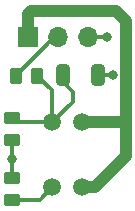
<source format=gbr>
%TF.GenerationSoftware,KiCad,Pcbnew,7.0.2-0*%
%TF.CreationDate,2023-09-22T15:46:33+12:00*%
%TF.ProjectId,TCRT5000 seperated,54435254-3530-4303-9020-736570657261,rev?*%
%TF.SameCoordinates,PX66b4f80PY68290a0*%
%TF.FileFunction,Copper,L1,Top*%
%TF.FilePolarity,Positive*%
%FSLAX46Y46*%
G04 Gerber Fmt 4.6, Leading zero omitted, Abs format (unit mm)*
G04 Created by KiCad (PCBNEW 7.0.2-0) date 2023-09-22 15:46:33*
%MOMM*%
%LPD*%
G01*
G04 APERTURE LIST*
G04 Aperture macros list*
%AMRoundRect*
0 Rectangle with rounded corners*
0 $1 Rounding radius*
0 $2 $3 $4 $5 $6 $7 $8 $9 X,Y pos of 4 corners*
0 Add a 4 corners polygon primitive as box body*
4,1,4,$2,$3,$4,$5,$6,$7,$8,$9,$2,$3,0*
0 Add four circle primitives for the rounded corners*
1,1,$1+$1,$2,$3*
1,1,$1+$1,$4,$5*
1,1,$1+$1,$6,$7*
1,1,$1+$1,$8,$9*
0 Add four rect primitives between the rounded corners*
20,1,$1+$1,$2,$3,$4,$5,0*
20,1,$1+$1,$4,$5,$6,$7,0*
20,1,$1+$1,$6,$7,$8,$9,0*
20,1,$1+$1,$8,$9,$2,$3,0*%
G04 Aperture macros list end*
%TA.AperFunction,SMDPad,CuDef*%
%ADD10RoundRect,0.250000X-0.325000X-0.650000X0.325000X-0.650000X0.325000X0.650000X-0.325000X0.650000X0*%
%TD*%
%TA.AperFunction,SMDPad,CuDef*%
%ADD11RoundRect,0.250000X-0.450000X0.262500X-0.450000X-0.262500X0.450000X-0.262500X0.450000X0.262500X0*%
%TD*%
%TA.AperFunction,ComponentPad*%
%ADD12R,1.700000X1.700000*%
%TD*%
%TA.AperFunction,ComponentPad*%
%ADD13O,1.700000X1.700000*%
%TD*%
%TA.AperFunction,SMDPad,CuDef*%
%ADD14RoundRect,0.250000X0.262500X0.450000X-0.262500X0.450000X-0.262500X-0.450000X0.262500X-0.450000X0*%
%TD*%
%TA.AperFunction,SMDPad,CuDef*%
%ADD15RoundRect,0.250000X0.450000X-0.262500X0.450000X0.262500X-0.450000X0.262500X-0.450000X-0.262500X0*%
%TD*%
%TA.AperFunction,ComponentPad*%
%ADD16C,1.500000*%
%TD*%
%TA.AperFunction,ViaPad*%
%ADD17C,0.800000*%
%TD*%
%TA.AperFunction,Conductor*%
%ADD18C,0.300000*%
%TD*%
%TA.AperFunction,Conductor*%
%ADD19C,1.000000*%
%TD*%
G04 APERTURE END LIST*
D10*
%TO.P,C1,1*%
%TO.N,Sensor 01*%
X6604000Y16687800D03*
%TO.P,C1,2*%
%TO.N,GND*%
X9554000Y16687800D03*
%TD*%
D11*
%TO.P,R2,1*%
%TO.N,Sensor 01*%
X2223500Y12985300D03*
%TO.P,R2,2*%
%TO.N,GND*%
X2223500Y11160300D03*
%TD*%
D12*
%TO.P,J1,1,Pin_1*%
%TO.N,+3.3V*%
X3620500Y19843300D03*
D13*
%TO.P,J1,2,Pin_2*%
%TO.N,Sensor 01R*%
X6160500Y19843300D03*
%TO.P,J1,3,Pin_3*%
%TO.N,GND*%
X8700500Y19843300D03*
%TD*%
D14*
%TO.P,R3,1*%
%TO.N,Sensor 01*%
X4415800Y16586200D03*
%TO.P,R3,2*%
%TO.N,Sensor 01R*%
X2590800Y16586200D03*
%TD*%
D15*
%TO.P,R1,1*%
%TO.N,Net-(R1-Pad1)*%
X2223500Y6080300D03*
%TO.P,R1,2*%
%TO.N,GND*%
X2223500Y7905300D03*
%TD*%
D16*
%TO.P,U1,A*%
%TO.N,+3.3V*%
X8191500Y7136500D03*
%TO.P,U1,CATH*%
%TO.N,Net-(R1-Pad1)*%
X5651500Y7136500D03*
%TO.P,U1,COLL*%
%TO.N,+3.3V*%
X8191500Y12636500D03*
%TO.P,U1,E*%
%TO.N,Sensor 01*%
X5651500Y12636500D03*
%TD*%
D17*
%TO.N,GND*%
X10845800Y16687800D03*
X2223500Y9556300D03*
X10287000Y19843300D03*
%TD*%
D18*
%TO.N,Sensor 01*%
X6604000Y16027400D02*
X7416800Y15214600D01*
X5651500Y15350500D02*
X5651500Y12636500D01*
X7416800Y14401800D02*
X5651500Y12636500D01*
X2223500Y12985300D02*
X2572300Y12636500D01*
X2572300Y12636500D02*
X5651500Y12636500D01*
X6604000Y16687800D02*
X6604000Y16027400D01*
X7416800Y15214600D02*
X7416800Y14401800D01*
X4415800Y16586200D02*
X5651500Y15350500D01*
%TO.N,GND*%
X2223500Y7905300D02*
X2223500Y9556300D01*
X8700500Y19843300D02*
X10287000Y19843300D01*
X2223500Y11160300D02*
X2223500Y9556300D01*
X9554000Y16687800D02*
X10845800Y16687800D01*
D19*
%TO.N,+3.3V*%
X3620500Y21832300D02*
X3860800Y22072600D01*
X11945800Y12649200D02*
X11945800Y9830140D01*
X3860800Y22072600D02*
X11074400Y22072600D01*
X11074400Y22072600D02*
X11945800Y21201200D01*
X11933100Y12636500D02*
X11945800Y12649200D01*
X11945800Y21201200D02*
X11945800Y16232165D01*
X11938000Y16224365D02*
X11938000Y12657000D01*
X11945800Y16232165D02*
X11938000Y16224365D01*
X11938000Y12657000D02*
X11945800Y12649200D01*
X8191500Y12636500D02*
X11933100Y12636500D01*
X11945800Y9830140D02*
X9252160Y7136500D01*
X3620500Y19843300D02*
X3620500Y21832300D01*
X9252160Y7136500D02*
X8191500Y7136500D01*
D18*
%TO.N,Sensor 01R*%
X2590800Y16586200D02*
X5847900Y19843300D01*
X5847900Y19843300D02*
X6160500Y19843300D01*
%TO.N,Net-(R1-Pad1)*%
X4595300Y6080300D02*
X5651500Y7136500D01*
X2223500Y6080300D02*
X4595300Y6080300D01*
%TD*%
M02*

</source>
